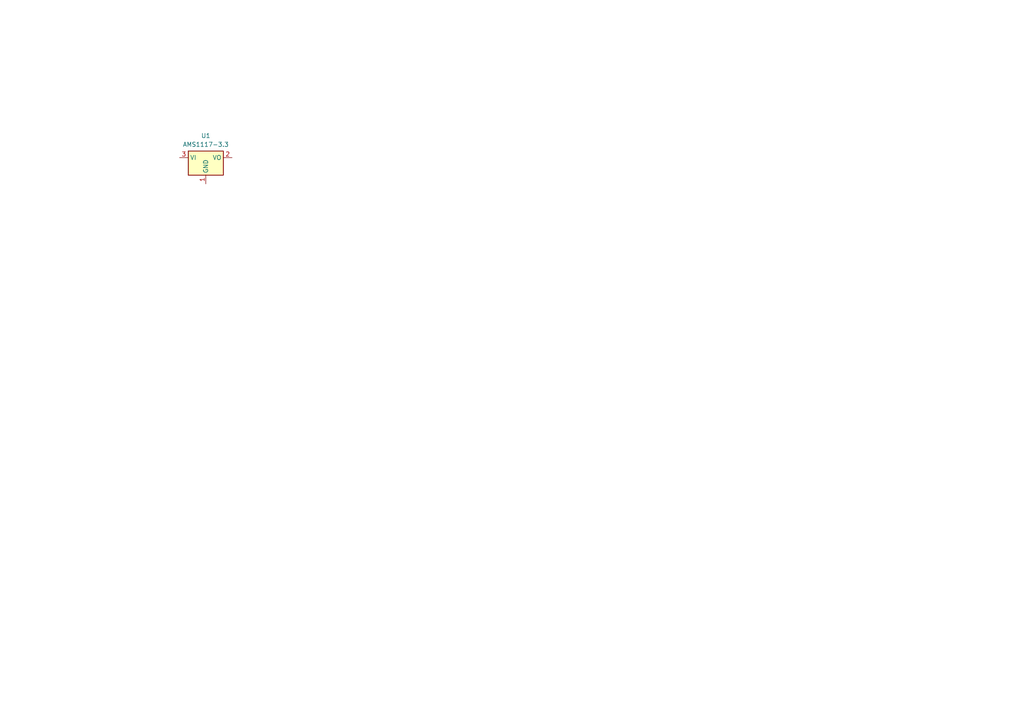
<source format=kicad_sch>
(kicad_sch (version 20250114) (generator "eeschema") (generator_version "9.0")
  (paper "A4")
  (title_block (title "ams1117_reference"))
  (lib_symbols
    (symbol "Regulator_Linear:AMS1117-3.3"
      (property "Reference" "U" (at -3.81 3.175 0))
      (property "Value" "AMS1117-3.3" (at 0 3.175 0))
      (symbol "AMS1117-3.3_0_1"
        (rectangle (start -5.08 -5.08) (end 5.08 1.905) (stroke (width 0.254)) (fill (type background)))
      )
      (symbol "AMS1117-3.3_1_1"
        (pin power_in line (at -7.62 0 0) (length 2.54) (name "VI") (number "3"))
        (pin power_in line (at 0 -7.62 90) (length 2.54) (name "GND") (number "1"))
        (pin power_out line (at 7.62 0 180) (length 2.54) (name "VO") (number "2"))
      )
    )
  )
  (symbol (lib_id "Regulator_Linear:AMS1117-3.3") (at 59.69 45.72 0) (unit 1)
    (property "Reference" "U1" (at 59.69 39.37 0))
    (property "Value" "AMS1117-3.3" (at 59.69 41.91 0))
    (property "Footprint" "Package_TO_SOT_SMD:SOT-223-3_TabPin2" (effects (hide yes)))
    (property "Datasheet" "http://www.advanced-monolithic.com/pdf/ds1117.pdf" (effects (hide yes)))
    (property "Description" "1A Low Dropout regulator, positive, 3.3V fixed output, SOT-223" (effects (hide yes)))
  )
)
</source>
